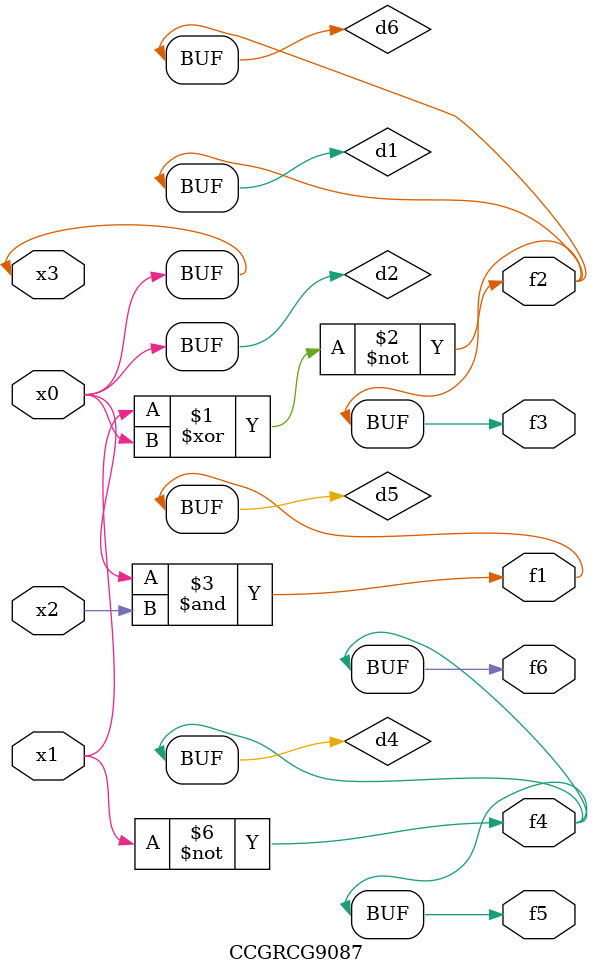
<source format=v>
module CCGRCG9087(
	input x0, x1, x2, x3,
	output f1, f2, f3, f4, f5, f6
);

	wire d1, d2, d3, d4, d5, d6;

	xnor (d1, x1, x3);
	buf (d2, x0, x3);
	nand (d3, x0, x2);
	not (d4, x1);
	nand (d5, d3);
	or (d6, d1);
	assign f1 = d5;
	assign f2 = d6;
	assign f3 = d6;
	assign f4 = d4;
	assign f5 = d4;
	assign f6 = d4;
endmodule

</source>
